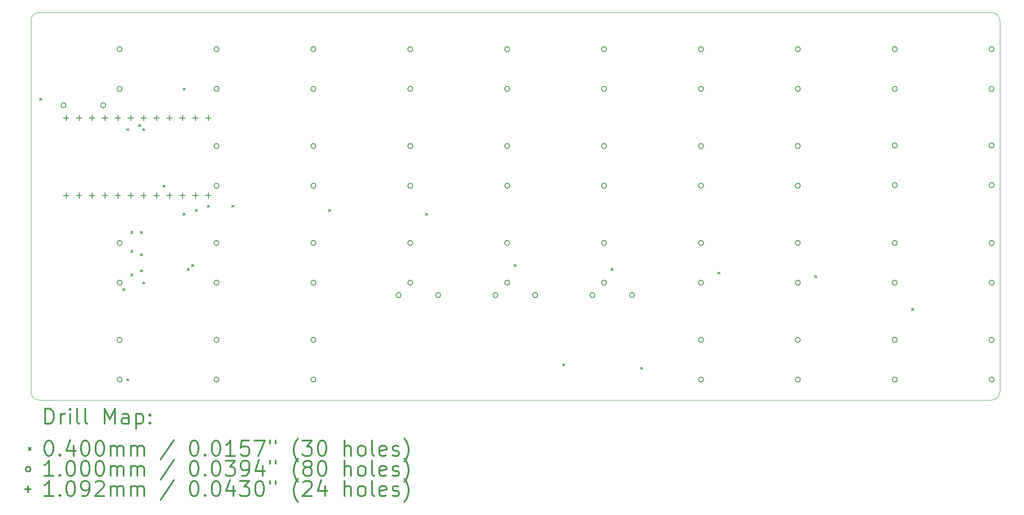
<source format=gbr>
%FSLAX45Y45*%
G04 Gerber Fmt 4.5, Leading zero omitted, Abs format (unit mm)*
G04 Created by KiCad (PCBNEW (5.1.12-1-10_14)) date 2022-02-28 21:29:09*
%MOMM*%
%LPD*%
G01*
G04 APERTURE LIST*
%TA.AperFunction,Profile*%
%ADD10C,0.050000*%
%TD*%
%ADD11C,0.200000*%
%ADD12C,0.300000*%
G04 APERTURE END LIST*
D10*
X4445000Y-4841875D02*
G75*
G03*
X4286250Y-5000625I0J-158750D01*
G01*
X4286250Y-12303125D02*
G75*
G03*
X4445000Y-12461875I158750J0D01*
G01*
X23177500Y-12461875D02*
G75*
G03*
X23336250Y-12303125I0J158750D01*
G01*
X23177500Y-4841875D02*
X4445000Y-4841875D01*
X23336250Y-12303125D02*
X23336250Y-5000625D01*
X4445000Y-12461875D02*
X23177500Y-12461875D01*
X4286250Y-5000625D02*
X4286250Y-12303125D01*
X23336250Y-5000625D02*
G75*
G03*
X23177500Y-4841875I-158750J0D01*
G01*
D11*
X4462750Y-6526500D02*
X4502750Y-6566500D01*
X4502750Y-6526500D02*
X4462750Y-6566500D01*
X6091875Y-10273125D02*
X6131875Y-10313125D01*
X6131875Y-10273125D02*
X6091875Y-10313125D01*
X6171250Y-7123750D02*
X6211250Y-7163750D01*
X6211250Y-7123750D02*
X6171250Y-7163750D01*
X6171250Y-12045000D02*
X6211250Y-12085000D01*
X6211250Y-12045000D02*
X6171250Y-12085000D01*
X6250625Y-9145375D02*
X6290625Y-9185375D01*
X6290625Y-9145375D02*
X6250625Y-9185375D01*
X6250625Y-9515375D02*
X6290625Y-9555375D01*
X6290625Y-9515375D02*
X6250625Y-9555375D01*
X6250625Y-9981250D02*
X6290625Y-10021250D01*
X6290625Y-9981250D02*
X6250625Y-10021250D01*
X6409375Y-7044375D02*
X6449375Y-7084375D01*
X6449375Y-7044375D02*
X6409375Y-7084375D01*
X6439370Y-9145375D02*
X6479370Y-9185375D01*
X6479370Y-9145375D02*
X6439370Y-9185375D01*
X6439370Y-9584375D02*
X6479370Y-9624375D01*
X6479370Y-9584375D02*
X6439370Y-9624375D01*
X6439370Y-9901875D02*
X6479370Y-9941875D01*
X6479370Y-9901875D02*
X6439370Y-9941875D01*
X6487750Y-7123750D02*
X6527750Y-7163750D01*
X6527750Y-7123750D02*
X6487750Y-7163750D01*
X6488750Y-10140000D02*
X6528750Y-10180000D01*
X6528750Y-10140000D02*
X6488750Y-10180000D01*
X6885625Y-8235000D02*
X6925625Y-8275000D01*
X6925625Y-8235000D02*
X6885625Y-8275000D01*
X7282500Y-6330000D02*
X7322500Y-6370000D01*
X7322500Y-6330000D02*
X7282500Y-6370000D01*
X7282500Y-8790625D02*
X7322500Y-8830625D01*
X7322500Y-8790625D02*
X7282500Y-8830625D01*
X7361875Y-9871000D02*
X7401875Y-9911000D01*
X7401875Y-9871000D02*
X7361875Y-9911000D01*
X7447207Y-9798500D02*
X7487207Y-9838500D01*
X7487207Y-9798500D02*
X7447207Y-9838500D01*
X7520625Y-8711250D02*
X7560625Y-8751250D01*
X7560625Y-8711250D02*
X7520625Y-8751250D01*
X7758750Y-8631875D02*
X7798750Y-8671875D01*
X7798750Y-8631875D02*
X7758750Y-8671875D01*
X8235000Y-8631875D02*
X8275000Y-8671875D01*
X8275000Y-8631875D02*
X8235000Y-8671875D01*
X10140000Y-8711250D02*
X10180000Y-8751250D01*
X10180000Y-8711250D02*
X10140000Y-8751250D01*
X12045000Y-8790625D02*
X12085000Y-8830625D01*
X12085000Y-8790625D02*
X12045000Y-8830625D01*
X13791250Y-9798500D02*
X13831250Y-9838500D01*
X13831250Y-9798500D02*
X13791250Y-9838500D01*
X14743750Y-11748765D02*
X14783750Y-11788765D01*
X14783750Y-11748765D02*
X14743750Y-11788765D01*
X15696250Y-9871000D02*
X15736250Y-9911000D01*
X15736250Y-9871000D02*
X15696250Y-9911000D01*
X16274607Y-11815141D02*
X16314607Y-11855141D01*
X16314607Y-11815141D02*
X16274607Y-11855141D01*
X17797750Y-9943500D02*
X17837750Y-9983500D01*
X17837750Y-9943500D02*
X17797750Y-9983500D01*
X19702750Y-10019000D02*
X19742750Y-10059000D01*
X19742750Y-10019000D02*
X19702750Y-10059000D01*
X21607750Y-10657875D02*
X21647750Y-10697875D01*
X21647750Y-10657875D02*
X21607750Y-10697875D01*
X4978125Y-6667500D02*
G75*
G03*
X4978125Y-6667500I-50000J0D01*
G01*
X5758125Y-6667500D02*
G75*
G03*
X5758125Y-6667500I-50000J0D01*
G01*
X6082500Y-5563125D02*
G75*
G03*
X6082500Y-5563125I-50000J0D01*
G01*
X6082500Y-6343125D02*
G75*
G03*
X6082500Y-6343125I-50000J0D01*
G01*
X6082500Y-9373125D02*
G75*
G03*
X6082500Y-9373125I-50000J0D01*
G01*
X6082500Y-10153125D02*
G75*
G03*
X6082500Y-10153125I-50000J0D01*
G01*
X6082500Y-11278125D02*
G75*
G03*
X6082500Y-11278125I-50000J0D01*
G01*
X6082500Y-12058125D02*
G75*
G03*
X6082500Y-12058125I-50000J0D01*
G01*
X7987500Y-5563125D02*
G75*
G03*
X7987500Y-5563125I-50000J0D01*
G01*
X7987500Y-6343125D02*
G75*
G03*
X7987500Y-6343125I-50000J0D01*
G01*
X7987500Y-7468125D02*
G75*
G03*
X7987500Y-7468125I-50000J0D01*
G01*
X7987500Y-8248125D02*
G75*
G03*
X7987500Y-8248125I-50000J0D01*
G01*
X7987500Y-9373125D02*
G75*
G03*
X7987500Y-9373125I-50000J0D01*
G01*
X7987500Y-10153125D02*
G75*
G03*
X7987500Y-10153125I-50000J0D01*
G01*
X7987500Y-11278125D02*
G75*
G03*
X7987500Y-11278125I-50000J0D01*
G01*
X7987500Y-12058125D02*
G75*
G03*
X7987500Y-12058125I-50000J0D01*
G01*
X9892500Y-5563125D02*
G75*
G03*
X9892500Y-5563125I-50000J0D01*
G01*
X9892500Y-6343125D02*
G75*
G03*
X9892500Y-6343125I-50000J0D01*
G01*
X9892500Y-7468125D02*
G75*
G03*
X9892500Y-7468125I-50000J0D01*
G01*
X9892500Y-8248125D02*
G75*
G03*
X9892500Y-8248125I-50000J0D01*
G01*
X9892500Y-9373125D02*
G75*
G03*
X9892500Y-9373125I-50000J0D01*
G01*
X9892500Y-10153125D02*
G75*
G03*
X9892500Y-10153125I-50000J0D01*
G01*
X9892500Y-11278125D02*
G75*
G03*
X9892500Y-11278125I-50000J0D01*
G01*
X9892500Y-12058125D02*
G75*
G03*
X9892500Y-12058125I-50000J0D01*
G01*
X11566250Y-10398125D02*
G75*
G03*
X11566250Y-10398125I-50000J0D01*
G01*
X11797500Y-5563125D02*
G75*
G03*
X11797500Y-5563125I-50000J0D01*
G01*
X11797500Y-6343125D02*
G75*
G03*
X11797500Y-6343125I-50000J0D01*
G01*
X11797500Y-7468125D02*
G75*
G03*
X11797500Y-7468125I-50000J0D01*
G01*
X11797500Y-8248125D02*
G75*
G03*
X11797500Y-8248125I-50000J0D01*
G01*
X11797500Y-9373125D02*
G75*
G03*
X11797500Y-9373125I-50000J0D01*
G01*
X11797500Y-10153125D02*
G75*
G03*
X11797500Y-10153125I-50000J0D01*
G01*
X12346250Y-10398125D02*
G75*
G03*
X12346250Y-10398125I-50000J0D01*
G01*
X13471250Y-10398125D02*
G75*
G03*
X13471250Y-10398125I-50000J0D01*
G01*
X13702500Y-5563125D02*
G75*
G03*
X13702500Y-5563125I-50000J0D01*
G01*
X13702500Y-6343125D02*
G75*
G03*
X13702500Y-6343125I-50000J0D01*
G01*
X13702500Y-7468125D02*
G75*
G03*
X13702500Y-7468125I-50000J0D01*
G01*
X13702500Y-8248125D02*
G75*
G03*
X13702500Y-8248125I-50000J0D01*
G01*
X13702500Y-9373125D02*
G75*
G03*
X13702500Y-9373125I-50000J0D01*
G01*
X13702500Y-10153125D02*
G75*
G03*
X13702500Y-10153125I-50000J0D01*
G01*
X14251250Y-10398125D02*
G75*
G03*
X14251250Y-10398125I-50000J0D01*
G01*
X15376250Y-10398125D02*
G75*
G03*
X15376250Y-10398125I-50000J0D01*
G01*
X15607500Y-5563125D02*
G75*
G03*
X15607500Y-5563125I-50000J0D01*
G01*
X15607500Y-6343125D02*
G75*
G03*
X15607500Y-6343125I-50000J0D01*
G01*
X15607500Y-7468125D02*
G75*
G03*
X15607500Y-7468125I-50000J0D01*
G01*
X15607500Y-8248125D02*
G75*
G03*
X15607500Y-8248125I-50000J0D01*
G01*
X15607500Y-9373125D02*
G75*
G03*
X15607500Y-9373125I-50000J0D01*
G01*
X15607500Y-10153125D02*
G75*
G03*
X15607500Y-10153125I-50000J0D01*
G01*
X16156250Y-10398125D02*
G75*
G03*
X16156250Y-10398125I-50000J0D01*
G01*
X17512500Y-5563125D02*
G75*
G03*
X17512500Y-5563125I-50000J0D01*
G01*
X17512500Y-6343125D02*
G75*
G03*
X17512500Y-6343125I-50000J0D01*
G01*
X17512500Y-7468125D02*
G75*
G03*
X17512500Y-7468125I-50000J0D01*
G01*
X17512500Y-8248125D02*
G75*
G03*
X17512500Y-8248125I-50000J0D01*
G01*
X17512500Y-9373125D02*
G75*
G03*
X17512500Y-9373125I-50000J0D01*
G01*
X17512500Y-10153125D02*
G75*
G03*
X17512500Y-10153125I-50000J0D01*
G01*
X17512500Y-11278125D02*
G75*
G03*
X17512500Y-11278125I-50000J0D01*
G01*
X17512500Y-12058125D02*
G75*
G03*
X17512500Y-12058125I-50000J0D01*
G01*
X19417500Y-5563125D02*
G75*
G03*
X19417500Y-5563125I-50000J0D01*
G01*
X19417500Y-6343125D02*
G75*
G03*
X19417500Y-6343125I-50000J0D01*
G01*
X19417500Y-7468125D02*
G75*
G03*
X19417500Y-7468125I-50000J0D01*
G01*
X19417500Y-8248125D02*
G75*
G03*
X19417500Y-8248125I-50000J0D01*
G01*
X19417500Y-9373125D02*
G75*
G03*
X19417500Y-9373125I-50000J0D01*
G01*
X19417500Y-10153125D02*
G75*
G03*
X19417500Y-10153125I-50000J0D01*
G01*
X19417500Y-11278125D02*
G75*
G03*
X19417500Y-11278125I-50000J0D01*
G01*
X19417500Y-12058125D02*
G75*
G03*
X19417500Y-12058125I-50000J0D01*
G01*
X21322500Y-5563125D02*
G75*
G03*
X21322500Y-5563125I-50000J0D01*
G01*
X21322500Y-6343125D02*
G75*
G03*
X21322500Y-6343125I-50000J0D01*
G01*
X21322500Y-7456250D02*
G75*
G03*
X21322500Y-7456250I-50000J0D01*
G01*
X21322500Y-8236250D02*
G75*
G03*
X21322500Y-8236250I-50000J0D01*
G01*
X21322500Y-9373125D02*
G75*
G03*
X21322500Y-9373125I-50000J0D01*
G01*
X21322500Y-10153125D02*
G75*
G03*
X21322500Y-10153125I-50000J0D01*
G01*
X21322500Y-11278125D02*
G75*
G03*
X21322500Y-11278125I-50000J0D01*
G01*
X21322500Y-12058125D02*
G75*
G03*
X21322500Y-12058125I-50000J0D01*
G01*
X23227500Y-5563125D02*
G75*
G03*
X23227500Y-5563125I-50000J0D01*
G01*
X23227500Y-6343125D02*
G75*
G03*
X23227500Y-6343125I-50000J0D01*
G01*
X23227500Y-7456250D02*
G75*
G03*
X23227500Y-7456250I-50000J0D01*
G01*
X23227500Y-8236250D02*
G75*
G03*
X23227500Y-8236250I-50000J0D01*
G01*
X23227500Y-9373125D02*
G75*
G03*
X23227500Y-9373125I-50000J0D01*
G01*
X23227500Y-10153125D02*
G75*
G03*
X23227500Y-10153125I-50000J0D01*
G01*
X23227500Y-11278125D02*
G75*
G03*
X23227500Y-11278125I-50000J0D01*
G01*
X23227500Y-12058125D02*
G75*
G03*
X23227500Y-12058125I-50000J0D01*
G01*
X4983000Y-6858390D02*
X4983000Y-6967610D01*
X4928390Y-6913000D02*
X5037610Y-6913000D01*
X4983000Y-8382390D02*
X4983000Y-8491610D01*
X4928390Y-8437000D02*
X5037610Y-8437000D01*
X5237000Y-6858390D02*
X5237000Y-6967610D01*
X5182390Y-6913000D02*
X5291610Y-6913000D01*
X5237000Y-8382390D02*
X5237000Y-8491610D01*
X5182390Y-8437000D02*
X5291610Y-8437000D01*
X5491000Y-6858390D02*
X5491000Y-6967610D01*
X5436390Y-6913000D02*
X5545610Y-6913000D01*
X5491000Y-8382390D02*
X5491000Y-8491610D01*
X5436390Y-8437000D02*
X5545610Y-8437000D01*
X5745000Y-6858390D02*
X5745000Y-6967610D01*
X5690390Y-6913000D02*
X5799610Y-6913000D01*
X5745000Y-8382390D02*
X5745000Y-8491610D01*
X5690390Y-8437000D02*
X5799610Y-8437000D01*
X5999000Y-6858390D02*
X5999000Y-6967610D01*
X5944390Y-6913000D02*
X6053610Y-6913000D01*
X5999000Y-8382390D02*
X5999000Y-8491610D01*
X5944390Y-8437000D02*
X6053610Y-8437000D01*
X6253000Y-6858390D02*
X6253000Y-6967610D01*
X6198390Y-6913000D02*
X6307610Y-6913000D01*
X6253000Y-8382390D02*
X6253000Y-8491610D01*
X6198390Y-8437000D02*
X6307610Y-8437000D01*
X6507000Y-6858390D02*
X6507000Y-6967610D01*
X6452390Y-6913000D02*
X6561610Y-6913000D01*
X6507000Y-8382390D02*
X6507000Y-8491610D01*
X6452390Y-8437000D02*
X6561610Y-8437000D01*
X6761000Y-6858390D02*
X6761000Y-6967610D01*
X6706390Y-6913000D02*
X6815610Y-6913000D01*
X6761000Y-8382390D02*
X6761000Y-8491610D01*
X6706390Y-8437000D02*
X6815610Y-8437000D01*
X7015000Y-6858390D02*
X7015000Y-6967610D01*
X6960390Y-6913000D02*
X7069610Y-6913000D01*
X7015000Y-8382390D02*
X7015000Y-8491610D01*
X6960390Y-8437000D02*
X7069610Y-8437000D01*
X7269000Y-6858390D02*
X7269000Y-6967610D01*
X7214390Y-6913000D02*
X7323610Y-6913000D01*
X7269000Y-8382390D02*
X7269000Y-8491610D01*
X7214390Y-8437000D02*
X7323610Y-8437000D01*
X7523000Y-6858390D02*
X7523000Y-6967610D01*
X7468390Y-6913000D02*
X7577610Y-6913000D01*
X7523000Y-8382390D02*
X7523000Y-8491610D01*
X7468390Y-8437000D02*
X7577610Y-8437000D01*
X7777000Y-6858390D02*
X7777000Y-6967610D01*
X7722390Y-6913000D02*
X7831610Y-6913000D01*
X7777000Y-8382390D02*
X7777000Y-8491610D01*
X7722390Y-8437000D02*
X7831610Y-8437000D01*
D12*
X4570178Y-12930089D02*
X4570178Y-12630089D01*
X4641607Y-12630089D01*
X4684464Y-12644375D01*
X4713036Y-12672946D01*
X4727321Y-12701518D01*
X4741607Y-12758661D01*
X4741607Y-12801518D01*
X4727321Y-12858661D01*
X4713036Y-12887232D01*
X4684464Y-12915804D01*
X4641607Y-12930089D01*
X4570178Y-12930089D01*
X4870178Y-12930089D02*
X4870178Y-12730089D01*
X4870178Y-12787232D02*
X4884464Y-12758661D01*
X4898750Y-12744375D01*
X4927321Y-12730089D01*
X4955893Y-12730089D01*
X5055893Y-12930089D02*
X5055893Y-12730089D01*
X5055893Y-12630089D02*
X5041607Y-12644375D01*
X5055893Y-12658661D01*
X5070178Y-12644375D01*
X5055893Y-12630089D01*
X5055893Y-12658661D01*
X5241607Y-12930089D02*
X5213036Y-12915804D01*
X5198750Y-12887232D01*
X5198750Y-12630089D01*
X5398750Y-12930089D02*
X5370178Y-12915804D01*
X5355893Y-12887232D01*
X5355893Y-12630089D01*
X5741607Y-12930089D02*
X5741607Y-12630089D01*
X5841607Y-12844375D01*
X5941607Y-12630089D01*
X5941607Y-12930089D01*
X6213036Y-12930089D02*
X6213036Y-12772946D01*
X6198750Y-12744375D01*
X6170178Y-12730089D01*
X6113036Y-12730089D01*
X6084464Y-12744375D01*
X6213036Y-12915804D02*
X6184464Y-12930089D01*
X6113036Y-12930089D01*
X6084464Y-12915804D01*
X6070178Y-12887232D01*
X6070178Y-12858661D01*
X6084464Y-12830089D01*
X6113036Y-12815804D01*
X6184464Y-12815804D01*
X6213036Y-12801518D01*
X6355893Y-12730089D02*
X6355893Y-13030089D01*
X6355893Y-12744375D02*
X6384464Y-12730089D01*
X6441607Y-12730089D01*
X6470178Y-12744375D01*
X6484464Y-12758661D01*
X6498750Y-12787232D01*
X6498750Y-12872946D01*
X6484464Y-12901518D01*
X6470178Y-12915804D01*
X6441607Y-12930089D01*
X6384464Y-12930089D01*
X6355893Y-12915804D01*
X6627321Y-12901518D02*
X6641607Y-12915804D01*
X6627321Y-12930089D01*
X6613036Y-12915804D01*
X6627321Y-12901518D01*
X6627321Y-12930089D01*
X6627321Y-12744375D02*
X6641607Y-12758661D01*
X6627321Y-12772946D01*
X6613036Y-12758661D01*
X6627321Y-12744375D01*
X6627321Y-12772946D01*
X4243750Y-13404375D02*
X4283750Y-13444375D01*
X4283750Y-13404375D02*
X4243750Y-13444375D01*
X4627321Y-13260089D02*
X4655893Y-13260089D01*
X4684464Y-13274375D01*
X4698750Y-13288661D01*
X4713036Y-13317232D01*
X4727321Y-13374375D01*
X4727321Y-13445804D01*
X4713036Y-13502946D01*
X4698750Y-13531518D01*
X4684464Y-13545804D01*
X4655893Y-13560089D01*
X4627321Y-13560089D01*
X4598750Y-13545804D01*
X4584464Y-13531518D01*
X4570178Y-13502946D01*
X4555893Y-13445804D01*
X4555893Y-13374375D01*
X4570178Y-13317232D01*
X4584464Y-13288661D01*
X4598750Y-13274375D01*
X4627321Y-13260089D01*
X4855893Y-13531518D02*
X4870178Y-13545804D01*
X4855893Y-13560089D01*
X4841607Y-13545804D01*
X4855893Y-13531518D01*
X4855893Y-13560089D01*
X5127321Y-13360089D02*
X5127321Y-13560089D01*
X5055893Y-13245804D02*
X4984464Y-13460089D01*
X5170178Y-13460089D01*
X5341607Y-13260089D02*
X5370178Y-13260089D01*
X5398750Y-13274375D01*
X5413036Y-13288661D01*
X5427321Y-13317232D01*
X5441607Y-13374375D01*
X5441607Y-13445804D01*
X5427321Y-13502946D01*
X5413036Y-13531518D01*
X5398750Y-13545804D01*
X5370178Y-13560089D01*
X5341607Y-13560089D01*
X5313036Y-13545804D01*
X5298750Y-13531518D01*
X5284464Y-13502946D01*
X5270178Y-13445804D01*
X5270178Y-13374375D01*
X5284464Y-13317232D01*
X5298750Y-13288661D01*
X5313036Y-13274375D01*
X5341607Y-13260089D01*
X5627321Y-13260089D02*
X5655893Y-13260089D01*
X5684464Y-13274375D01*
X5698750Y-13288661D01*
X5713036Y-13317232D01*
X5727321Y-13374375D01*
X5727321Y-13445804D01*
X5713036Y-13502946D01*
X5698750Y-13531518D01*
X5684464Y-13545804D01*
X5655893Y-13560089D01*
X5627321Y-13560089D01*
X5598750Y-13545804D01*
X5584464Y-13531518D01*
X5570178Y-13502946D01*
X5555893Y-13445804D01*
X5555893Y-13374375D01*
X5570178Y-13317232D01*
X5584464Y-13288661D01*
X5598750Y-13274375D01*
X5627321Y-13260089D01*
X5855893Y-13560089D02*
X5855893Y-13360089D01*
X5855893Y-13388661D02*
X5870178Y-13374375D01*
X5898750Y-13360089D01*
X5941607Y-13360089D01*
X5970178Y-13374375D01*
X5984464Y-13402946D01*
X5984464Y-13560089D01*
X5984464Y-13402946D02*
X5998750Y-13374375D01*
X6027321Y-13360089D01*
X6070178Y-13360089D01*
X6098750Y-13374375D01*
X6113036Y-13402946D01*
X6113036Y-13560089D01*
X6255893Y-13560089D02*
X6255893Y-13360089D01*
X6255893Y-13388661D02*
X6270178Y-13374375D01*
X6298750Y-13360089D01*
X6341607Y-13360089D01*
X6370178Y-13374375D01*
X6384464Y-13402946D01*
X6384464Y-13560089D01*
X6384464Y-13402946D02*
X6398750Y-13374375D01*
X6427321Y-13360089D01*
X6470178Y-13360089D01*
X6498750Y-13374375D01*
X6513036Y-13402946D01*
X6513036Y-13560089D01*
X7098750Y-13245804D02*
X6841607Y-13631518D01*
X7484464Y-13260089D02*
X7513036Y-13260089D01*
X7541607Y-13274375D01*
X7555893Y-13288661D01*
X7570178Y-13317232D01*
X7584464Y-13374375D01*
X7584464Y-13445804D01*
X7570178Y-13502946D01*
X7555893Y-13531518D01*
X7541607Y-13545804D01*
X7513036Y-13560089D01*
X7484464Y-13560089D01*
X7455893Y-13545804D01*
X7441607Y-13531518D01*
X7427321Y-13502946D01*
X7413036Y-13445804D01*
X7413036Y-13374375D01*
X7427321Y-13317232D01*
X7441607Y-13288661D01*
X7455893Y-13274375D01*
X7484464Y-13260089D01*
X7713036Y-13531518D02*
X7727321Y-13545804D01*
X7713036Y-13560089D01*
X7698750Y-13545804D01*
X7713036Y-13531518D01*
X7713036Y-13560089D01*
X7913036Y-13260089D02*
X7941607Y-13260089D01*
X7970178Y-13274375D01*
X7984464Y-13288661D01*
X7998750Y-13317232D01*
X8013036Y-13374375D01*
X8013036Y-13445804D01*
X7998750Y-13502946D01*
X7984464Y-13531518D01*
X7970178Y-13545804D01*
X7941607Y-13560089D01*
X7913036Y-13560089D01*
X7884464Y-13545804D01*
X7870178Y-13531518D01*
X7855893Y-13502946D01*
X7841607Y-13445804D01*
X7841607Y-13374375D01*
X7855893Y-13317232D01*
X7870178Y-13288661D01*
X7884464Y-13274375D01*
X7913036Y-13260089D01*
X8298750Y-13560089D02*
X8127321Y-13560089D01*
X8213036Y-13560089D02*
X8213036Y-13260089D01*
X8184464Y-13302946D01*
X8155893Y-13331518D01*
X8127321Y-13345804D01*
X8570178Y-13260089D02*
X8427321Y-13260089D01*
X8413036Y-13402946D01*
X8427321Y-13388661D01*
X8455893Y-13374375D01*
X8527321Y-13374375D01*
X8555893Y-13388661D01*
X8570178Y-13402946D01*
X8584464Y-13431518D01*
X8584464Y-13502946D01*
X8570178Y-13531518D01*
X8555893Y-13545804D01*
X8527321Y-13560089D01*
X8455893Y-13560089D01*
X8427321Y-13545804D01*
X8413036Y-13531518D01*
X8684464Y-13260089D02*
X8884464Y-13260089D01*
X8755893Y-13560089D01*
X8984464Y-13260089D02*
X8984464Y-13317232D01*
X9098750Y-13260089D02*
X9098750Y-13317232D01*
X9541607Y-13674375D02*
X9527321Y-13660089D01*
X9498750Y-13617232D01*
X9484464Y-13588661D01*
X9470178Y-13545804D01*
X9455893Y-13474375D01*
X9455893Y-13417232D01*
X9470178Y-13345804D01*
X9484464Y-13302946D01*
X9498750Y-13274375D01*
X9527321Y-13231518D01*
X9541607Y-13217232D01*
X9627321Y-13260089D02*
X9813036Y-13260089D01*
X9713036Y-13374375D01*
X9755893Y-13374375D01*
X9784464Y-13388661D01*
X9798750Y-13402946D01*
X9813036Y-13431518D01*
X9813036Y-13502946D01*
X9798750Y-13531518D01*
X9784464Y-13545804D01*
X9755893Y-13560089D01*
X9670178Y-13560089D01*
X9641607Y-13545804D01*
X9627321Y-13531518D01*
X9998750Y-13260089D02*
X10027321Y-13260089D01*
X10055893Y-13274375D01*
X10070178Y-13288661D01*
X10084464Y-13317232D01*
X10098750Y-13374375D01*
X10098750Y-13445804D01*
X10084464Y-13502946D01*
X10070178Y-13531518D01*
X10055893Y-13545804D01*
X10027321Y-13560089D01*
X9998750Y-13560089D01*
X9970178Y-13545804D01*
X9955893Y-13531518D01*
X9941607Y-13502946D01*
X9927321Y-13445804D01*
X9927321Y-13374375D01*
X9941607Y-13317232D01*
X9955893Y-13288661D01*
X9970178Y-13274375D01*
X9998750Y-13260089D01*
X10455893Y-13560089D02*
X10455893Y-13260089D01*
X10584464Y-13560089D02*
X10584464Y-13402946D01*
X10570178Y-13374375D01*
X10541607Y-13360089D01*
X10498750Y-13360089D01*
X10470178Y-13374375D01*
X10455893Y-13388661D01*
X10770178Y-13560089D02*
X10741607Y-13545804D01*
X10727321Y-13531518D01*
X10713036Y-13502946D01*
X10713036Y-13417232D01*
X10727321Y-13388661D01*
X10741607Y-13374375D01*
X10770178Y-13360089D01*
X10813036Y-13360089D01*
X10841607Y-13374375D01*
X10855893Y-13388661D01*
X10870178Y-13417232D01*
X10870178Y-13502946D01*
X10855893Y-13531518D01*
X10841607Y-13545804D01*
X10813036Y-13560089D01*
X10770178Y-13560089D01*
X11041607Y-13560089D02*
X11013036Y-13545804D01*
X10998750Y-13517232D01*
X10998750Y-13260089D01*
X11270178Y-13545804D02*
X11241607Y-13560089D01*
X11184464Y-13560089D01*
X11155893Y-13545804D01*
X11141607Y-13517232D01*
X11141607Y-13402946D01*
X11155893Y-13374375D01*
X11184464Y-13360089D01*
X11241607Y-13360089D01*
X11270178Y-13374375D01*
X11284464Y-13402946D01*
X11284464Y-13431518D01*
X11141607Y-13460089D01*
X11398750Y-13545804D02*
X11427321Y-13560089D01*
X11484464Y-13560089D01*
X11513036Y-13545804D01*
X11527321Y-13517232D01*
X11527321Y-13502946D01*
X11513036Y-13474375D01*
X11484464Y-13460089D01*
X11441607Y-13460089D01*
X11413036Y-13445804D01*
X11398750Y-13417232D01*
X11398750Y-13402946D01*
X11413036Y-13374375D01*
X11441607Y-13360089D01*
X11484464Y-13360089D01*
X11513036Y-13374375D01*
X11627321Y-13674375D02*
X11641607Y-13660089D01*
X11670178Y-13617232D01*
X11684464Y-13588661D01*
X11698750Y-13545804D01*
X11713036Y-13474375D01*
X11713036Y-13417232D01*
X11698750Y-13345804D01*
X11684464Y-13302946D01*
X11670178Y-13274375D01*
X11641607Y-13231518D01*
X11627321Y-13217232D01*
X4283750Y-13820375D02*
G75*
G03*
X4283750Y-13820375I-50000J0D01*
G01*
X4727321Y-13956089D02*
X4555893Y-13956089D01*
X4641607Y-13956089D02*
X4641607Y-13656089D01*
X4613036Y-13698946D01*
X4584464Y-13727518D01*
X4555893Y-13741804D01*
X4855893Y-13927518D02*
X4870178Y-13941804D01*
X4855893Y-13956089D01*
X4841607Y-13941804D01*
X4855893Y-13927518D01*
X4855893Y-13956089D01*
X5055893Y-13656089D02*
X5084464Y-13656089D01*
X5113036Y-13670375D01*
X5127321Y-13684661D01*
X5141607Y-13713232D01*
X5155893Y-13770375D01*
X5155893Y-13841804D01*
X5141607Y-13898946D01*
X5127321Y-13927518D01*
X5113036Y-13941804D01*
X5084464Y-13956089D01*
X5055893Y-13956089D01*
X5027321Y-13941804D01*
X5013036Y-13927518D01*
X4998750Y-13898946D01*
X4984464Y-13841804D01*
X4984464Y-13770375D01*
X4998750Y-13713232D01*
X5013036Y-13684661D01*
X5027321Y-13670375D01*
X5055893Y-13656089D01*
X5341607Y-13656089D02*
X5370178Y-13656089D01*
X5398750Y-13670375D01*
X5413036Y-13684661D01*
X5427321Y-13713232D01*
X5441607Y-13770375D01*
X5441607Y-13841804D01*
X5427321Y-13898946D01*
X5413036Y-13927518D01*
X5398750Y-13941804D01*
X5370178Y-13956089D01*
X5341607Y-13956089D01*
X5313036Y-13941804D01*
X5298750Y-13927518D01*
X5284464Y-13898946D01*
X5270178Y-13841804D01*
X5270178Y-13770375D01*
X5284464Y-13713232D01*
X5298750Y-13684661D01*
X5313036Y-13670375D01*
X5341607Y-13656089D01*
X5627321Y-13656089D02*
X5655893Y-13656089D01*
X5684464Y-13670375D01*
X5698750Y-13684661D01*
X5713036Y-13713232D01*
X5727321Y-13770375D01*
X5727321Y-13841804D01*
X5713036Y-13898946D01*
X5698750Y-13927518D01*
X5684464Y-13941804D01*
X5655893Y-13956089D01*
X5627321Y-13956089D01*
X5598750Y-13941804D01*
X5584464Y-13927518D01*
X5570178Y-13898946D01*
X5555893Y-13841804D01*
X5555893Y-13770375D01*
X5570178Y-13713232D01*
X5584464Y-13684661D01*
X5598750Y-13670375D01*
X5627321Y-13656089D01*
X5855893Y-13956089D02*
X5855893Y-13756089D01*
X5855893Y-13784661D02*
X5870178Y-13770375D01*
X5898750Y-13756089D01*
X5941607Y-13756089D01*
X5970178Y-13770375D01*
X5984464Y-13798946D01*
X5984464Y-13956089D01*
X5984464Y-13798946D02*
X5998750Y-13770375D01*
X6027321Y-13756089D01*
X6070178Y-13756089D01*
X6098750Y-13770375D01*
X6113036Y-13798946D01*
X6113036Y-13956089D01*
X6255893Y-13956089D02*
X6255893Y-13756089D01*
X6255893Y-13784661D02*
X6270178Y-13770375D01*
X6298750Y-13756089D01*
X6341607Y-13756089D01*
X6370178Y-13770375D01*
X6384464Y-13798946D01*
X6384464Y-13956089D01*
X6384464Y-13798946D02*
X6398750Y-13770375D01*
X6427321Y-13756089D01*
X6470178Y-13756089D01*
X6498750Y-13770375D01*
X6513036Y-13798946D01*
X6513036Y-13956089D01*
X7098750Y-13641804D02*
X6841607Y-14027518D01*
X7484464Y-13656089D02*
X7513036Y-13656089D01*
X7541607Y-13670375D01*
X7555893Y-13684661D01*
X7570178Y-13713232D01*
X7584464Y-13770375D01*
X7584464Y-13841804D01*
X7570178Y-13898946D01*
X7555893Y-13927518D01*
X7541607Y-13941804D01*
X7513036Y-13956089D01*
X7484464Y-13956089D01*
X7455893Y-13941804D01*
X7441607Y-13927518D01*
X7427321Y-13898946D01*
X7413036Y-13841804D01*
X7413036Y-13770375D01*
X7427321Y-13713232D01*
X7441607Y-13684661D01*
X7455893Y-13670375D01*
X7484464Y-13656089D01*
X7713036Y-13927518D02*
X7727321Y-13941804D01*
X7713036Y-13956089D01*
X7698750Y-13941804D01*
X7713036Y-13927518D01*
X7713036Y-13956089D01*
X7913036Y-13656089D02*
X7941607Y-13656089D01*
X7970178Y-13670375D01*
X7984464Y-13684661D01*
X7998750Y-13713232D01*
X8013036Y-13770375D01*
X8013036Y-13841804D01*
X7998750Y-13898946D01*
X7984464Y-13927518D01*
X7970178Y-13941804D01*
X7941607Y-13956089D01*
X7913036Y-13956089D01*
X7884464Y-13941804D01*
X7870178Y-13927518D01*
X7855893Y-13898946D01*
X7841607Y-13841804D01*
X7841607Y-13770375D01*
X7855893Y-13713232D01*
X7870178Y-13684661D01*
X7884464Y-13670375D01*
X7913036Y-13656089D01*
X8113036Y-13656089D02*
X8298750Y-13656089D01*
X8198750Y-13770375D01*
X8241607Y-13770375D01*
X8270178Y-13784661D01*
X8284464Y-13798946D01*
X8298750Y-13827518D01*
X8298750Y-13898946D01*
X8284464Y-13927518D01*
X8270178Y-13941804D01*
X8241607Y-13956089D01*
X8155893Y-13956089D01*
X8127321Y-13941804D01*
X8113036Y-13927518D01*
X8441607Y-13956089D02*
X8498750Y-13956089D01*
X8527321Y-13941804D01*
X8541607Y-13927518D01*
X8570178Y-13884661D01*
X8584464Y-13827518D01*
X8584464Y-13713232D01*
X8570178Y-13684661D01*
X8555893Y-13670375D01*
X8527321Y-13656089D01*
X8470178Y-13656089D01*
X8441607Y-13670375D01*
X8427321Y-13684661D01*
X8413036Y-13713232D01*
X8413036Y-13784661D01*
X8427321Y-13813232D01*
X8441607Y-13827518D01*
X8470178Y-13841804D01*
X8527321Y-13841804D01*
X8555893Y-13827518D01*
X8570178Y-13813232D01*
X8584464Y-13784661D01*
X8841607Y-13756089D02*
X8841607Y-13956089D01*
X8770178Y-13641804D02*
X8698750Y-13856089D01*
X8884464Y-13856089D01*
X8984464Y-13656089D02*
X8984464Y-13713232D01*
X9098750Y-13656089D02*
X9098750Y-13713232D01*
X9541607Y-14070375D02*
X9527321Y-14056089D01*
X9498750Y-14013232D01*
X9484464Y-13984661D01*
X9470178Y-13941804D01*
X9455893Y-13870375D01*
X9455893Y-13813232D01*
X9470178Y-13741804D01*
X9484464Y-13698946D01*
X9498750Y-13670375D01*
X9527321Y-13627518D01*
X9541607Y-13613232D01*
X9698750Y-13784661D02*
X9670178Y-13770375D01*
X9655893Y-13756089D01*
X9641607Y-13727518D01*
X9641607Y-13713232D01*
X9655893Y-13684661D01*
X9670178Y-13670375D01*
X9698750Y-13656089D01*
X9755893Y-13656089D01*
X9784464Y-13670375D01*
X9798750Y-13684661D01*
X9813036Y-13713232D01*
X9813036Y-13727518D01*
X9798750Y-13756089D01*
X9784464Y-13770375D01*
X9755893Y-13784661D01*
X9698750Y-13784661D01*
X9670178Y-13798946D01*
X9655893Y-13813232D01*
X9641607Y-13841804D01*
X9641607Y-13898946D01*
X9655893Y-13927518D01*
X9670178Y-13941804D01*
X9698750Y-13956089D01*
X9755893Y-13956089D01*
X9784464Y-13941804D01*
X9798750Y-13927518D01*
X9813036Y-13898946D01*
X9813036Y-13841804D01*
X9798750Y-13813232D01*
X9784464Y-13798946D01*
X9755893Y-13784661D01*
X9998750Y-13656089D02*
X10027321Y-13656089D01*
X10055893Y-13670375D01*
X10070178Y-13684661D01*
X10084464Y-13713232D01*
X10098750Y-13770375D01*
X10098750Y-13841804D01*
X10084464Y-13898946D01*
X10070178Y-13927518D01*
X10055893Y-13941804D01*
X10027321Y-13956089D01*
X9998750Y-13956089D01*
X9970178Y-13941804D01*
X9955893Y-13927518D01*
X9941607Y-13898946D01*
X9927321Y-13841804D01*
X9927321Y-13770375D01*
X9941607Y-13713232D01*
X9955893Y-13684661D01*
X9970178Y-13670375D01*
X9998750Y-13656089D01*
X10455893Y-13956089D02*
X10455893Y-13656089D01*
X10584464Y-13956089D02*
X10584464Y-13798946D01*
X10570178Y-13770375D01*
X10541607Y-13756089D01*
X10498750Y-13756089D01*
X10470178Y-13770375D01*
X10455893Y-13784661D01*
X10770178Y-13956089D02*
X10741607Y-13941804D01*
X10727321Y-13927518D01*
X10713036Y-13898946D01*
X10713036Y-13813232D01*
X10727321Y-13784661D01*
X10741607Y-13770375D01*
X10770178Y-13756089D01*
X10813036Y-13756089D01*
X10841607Y-13770375D01*
X10855893Y-13784661D01*
X10870178Y-13813232D01*
X10870178Y-13898946D01*
X10855893Y-13927518D01*
X10841607Y-13941804D01*
X10813036Y-13956089D01*
X10770178Y-13956089D01*
X11041607Y-13956089D02*
X11013036Y-13941804D01*
X10998750Y-13913232D01*
X10998750Y-13656089D01*
X11270178Y-13941804D02*
X11241607Y-13956089D01*
X11184464Y-13956089D01*
X11155893Y-13941804D01*
X11141607Y-13913232D01*
X11141607Y-13798946D01*
X11155893Y-13770375D01*
X11184464Y-13756089D01*
X11241607Y-13756089D01*
X11270178Y-13770375D01*
X11284464Y-13798946D01*
X11284464Y-13827518D01*
X11141607Y-13856089D01*
X11398750Y-13941804D02*
X11427321Y-13956089D01*
X11484464Y-13956089D01*
X11513036Y-13941804D01*
X11527321Y-13913232D01*
X11527321Y-13898946D01*
X11513036Y-13870375D01*
X11484464Y-13856089D01*
X11441607Y-13856089D01*
X11413036Y-13841804D01*
X11398750Y-13813232D01*
X11398750Y-13798946D01*
X11413036Y-13770375D01*
X11441607Y-13756089D01*
X11484464Y-13756089D01*
X11513036Y-13770375D01*
X11627321Y-14070375D02*
X11641607Y-14056089D01*
X11670178Y-14013232D01*
X11684464Y-13984661D01*
X11698750Y-13941804D01*
X11713036Y-13870375D01*
X11713036Y-13813232D01*
X11698750Y-13741804D01*
X11684464Y-13698946D01*
X11670178Y-13670375D01*
X11641607Y-13627518D01*
X11627321Y-13613232D01*
X4229140Y-14161765D02*
X4229140Y-14270985D01*
X4174530Y-14216375D02*
X4283750Y-14216375D01*
X4727321Y-14352089D02*
X4555893Y-14352089D01*
X4641607Y-14352089D02*
X4641607Y-14052089D01*
X4613036Y-14094946D01*
X4584464Y-14123518D01*
X4555893Y-14137804D01*
X4855893Y-14323518D02*
X4870178Y-14337804D01*
X4855893Y-14352089D01*
X4841607Y-14337804D01*
X4855893Y-14323518D01*
X4855893Y-14352089D01*
X5055893Y-14052089D02*
X5084464Y-14052089D01*
X5113036Y-14066375D01*
X5127321Y-14080661D01*
X5141607Y-14109232D01*
X5155893Y-14166375D01*
X5155893Y-14237804D01*
X5141607Y-14294946D01*
X5127321Y-14323518D01*
X5113036Y-14337804D01*
X5084464Y-14352089D01*
X5055893Y-14352089D01*
X5027321Y-14337804D01*
X5013036Y-14323518D01*
X4998750Y-14294946D01*
X4984464Y-14237804D01*
X4984464Y-14166375D01*
X4998750Y-14109232D01*
X5013036Y-14080661D01*
X5027321Y-14066375D01*
X5055893Y-14052089D01*
X5298750Y-14352089D02*
X5355893Y-14352089D01*
X5384464Y-14337804D01*
X5398750Y-14323518D01*
X5427321Y-14280661D01*
X5441607Y-14223518D01*
X5441607Y-14109232D01*
X5427321Y-14080661D01*
X5413036Y-14066375D01*
X5384464Y-14052089D01*
X5327321Y-14052089D01*
X5298750Y-14066375D01*
X5284464Y-14080661D01*
X5270178Y-14109232D01*
X5270178Y-14180661D01*
X5284464Y-14209232D01*
X5298750Y-14223518D01*
X5327321Y-14237804D01*
X5384464Y-14237804D01*
X5413036Y-14223518D01*
X5427321Y-14209232D01*
X5441607Y-14180661D01*
X5555893Y-14080661D02*
X5570178Y-14066375D01*
X5598750Y-14052089D01*
X5670178Y-14052089D01*
X5698750Y-14066375D01*
X5713036Y-14080661D01*
X5727321Y-14109232D01*
X5727321Y-14137804D01*
X5713036Y-14180661D01*
X5541607Y-14352089D01*
X5727321Y-14352089D01*
X5855893Y-14352089D02*
X5855893Y-14152089D01*
X5855893Y-14180661D02*
X5870178Y-14166375D01*
X5898750Y-14152089D01*
X5941607Y-14152089D01*
X5970178Y-14166375D01*
X5984464Y-14194946D01*
X5984464Y-14352089D01*
X5984464Y-14194946D02*
X5998750Y-14166375D01*
X6027321Y-14152089D01*
X6070178Y-14152089D01*
X6098750Y-14166375D01*
X6113036Y-14194946D01*
X6113036Y-14352089D01*
X6255893Y-14352089D02*
X6255893Y-14152089D01*
X6255893Y-14180661D02*
X6270178Y-14166375D01*
X6298750Y-14152089D01*
X6341607Y-14152089D01*
X6370178Y-14166375D01*
X6384464Y-14194946D01*
X6384464Y-14352089D01*
X6384464Y-14194946D02*
X6398750Y-14166375D01*
X6427321Y-14152089D01*
X6470178Y-14152089D01*
X6498750Y-14166375D01*
X6513036Y-14194946D01*
X6513036Y-14352089D01*
X7098750Y-14037804D02*
X6841607Y-14423518D01*
X7484464Y-14052089D02*
X7513036Y-14052089D01*
X7541607Y-14066375D01*
X7555893Y-14080661D01*
X7570178Y-14109232D01*
X7584464Y-14166375D01*
X7584464Y-14237804D01*
X7570178Y-14294946D01*
X7555893Y-14323518D01*
X7541607Y-14337804D01*
X7513036Y-14352089D01*
X7484464Y-14352089D01*
X7455893Y-14337804D01*
X7441607Y-14323518D01*
X7427321Y-14294946D01*
X7413036Y-14237804D01*
X7413036Y-14166375D01*
X7427321Y-14109232D01*
X7441607Y-14080661D01*
X7455893Y-14066375D01*
X7484464Y-14052089D01*
X7713036Y-14323518D02*
X7727321Y-14337804D01*
X7713036Y-14352089D01*
X7698750Y-14337804D01*
X7713036Y-14323518D01*
X7713036Y-14352089D01*
X7913036Y-14052089D02*
X7941607Y-14052089D01*
X7970178Y-14066375D01*
X7984464Y-14080661D01*
X7998750Y-14109232D01*
X8013036Y-14166375D01*
X8013036Y-14237804D01*
X7998750Y-14294946D01*
X7984464Y-14323518D01*
X7970178Y-14337804D01*
X7941607Y-14352089D01*
X7913036Y-14352089D01*
X7884464Y-14337804D01*
X7870178Y-14323518D01*
X7855893Y-14294946D01*
X7841607Y-14237804D01*
X7841607Y-14166375D01*
X7855893Y-14109232D01*
X7870178Y-14080661D01*
X7884464Y-14066375D01*
X7913036Y-14052089D01*
X8270178Y-14152089D02*
X8270178Y-14352089D01*
X8198750Y-14037804D02*
X8127321Y-14252089D01*
X8313036Y-14252089D01*
X8398750Y-14052089D02*
X8584464Y-14052089D01*
X8484464Y-14166375D01*
X8527321Y-14166375D01*
X8555893Y-14180661D01*
X8570178Y-14194946D01*
X8584464Y-14223518D01*
X8584464Y-14294946D01*
X8570178Y-14323518D01*
X8555893Y-14337804D01*
X8527321Y-14352089D01*
X8441607Y-14352089D01*
X8413036Y-14337804D01*
X8398750Y-14323518D01*
X8770178Y-14052089D02*
X8798750Y-14052089D01*
X8827321Y-14066375D01*
X8841607Y-14080661D01*
X8855893Y-14109232D01*
X8870178Y-14166375D01*
X8870178Y-14237804D01*
X8855893Y-14294946D01*
X8841607Y-14323518D01*
X8827321Y-14337804D01*
X8798750Y-14352089D01*
X8770178Y-14352089D01*
X8741607Y-14337804D01*
X8727321Y-14323518D01*
X8713036Y-14294946D01*
X8698750Y-14237804D01*
X8698750Y-14166375D01*
X8713036Y-14109232D01*
X8727321Y-14080661D01*
X8741607Y-14066375D01*
X8770178Y-14052089D01*
X8984464Y-14052089D02*
X8984464Y-14109232D01*
X9098750Y-14052089D02*
X9098750Y-14109232D01*
X9541607Y-14466375D02*
X9527321Y-14452089D01*
X9498750Y-14409232D01*
X9484464Y-14380661D01*
X9470178Y-14337804D01*
X9455893Y-14266375D01*
X9455893Y-14209232D01*
X9470178Y-14137804D01*
X9484464Y-14094946D01*
X9498750Y-14066375D01*
X9527321Y-14023518D01*
X9541607Y-14009232D01*
X9641607Y-14080661D02*
X9655893Y-14066375D01*
X9684464Y-14052089D01*
X9755893Y-14052089D01*
X9784464Y-14066375D01*
X9798750Y-14080661D01*
X9813036Y-14109232D01*
X9813036Y-14137804D01*
X9798750Y-14180661D01*
X9627321Y-14352089D01*
X9813036Y-14352089D01*
X10070178Y-14152089D02*
X10070178Y-14352089D01*
X9998750Y-14037804D02*
X9927321Y-14252089D01*
X10113036Y-14252089D01*
X10455893Y-14352089D02*
X10455893Y-14052089D01*
X10584464Y-14352089D02*
X10584464Y-14194946D01*
X10570178Y-14166375D01*
X10541607Y-14152089D01*
X10498750Y-14152089D01*
X10470178Y-14166375D01*
X10455893Y-14180661D01*
X10770178Y-14352089D02*
X10741607Y-14337804D01*
X10727321Y-14323518D01*
X10713036Y-14294946D01*
X10713036Y-14209232D01*
X10727321Y-14180661D01*
X10741607Y-14166375D01*
X10770178Y-14152089D01*
X10813036Y-14152089D01*
X10841607Y-14166375D01*
X10855893Y-14180661D01*
X10870178Y-14209232D01*
X10870178Y-14294946D01*
X10855893Y-14323518D01*
X10841607Y-14337804D01*
X10813036Y-14352089D01*
X10770178Y-14352089D01*
X11041607Y-14352089D02*
X11013036Y-14337804D01*
X10998750Y-14309232D01*
X10998750Y-14052089D01*
X11270178Y-14337804D02*
X11241607Y-14352089D01*
X11184464Y-14352089D01*
X11155893Y-14337804D01*
X11141607Y-14309232D01*
X11141607Y-14194946D01*
X11155893Y-14166375D01*
X11184464Y-14152089D01*
X11241607Y-14152089D01*
X11270178Y-14166375D01*
X11284464Y-14194946D01*
X11284464Y-14223518D01*
X11141607Y-14252089D01*
X11398750Y-14337804D02*
X11427321Y-14352089D01*
X11484464Y-14352089D01*
X11513036Y-14337804D01*
X11527321Y-14309232D01*
X11527321Y-14294946D01*
X11513036Y-14266375D01*
X11484464Y-14252089D01*
X11441607Y-14252089D01*
X11413036Y-14237804D01*
X11398750Y-14209232D01*
X11398750Y-14194946D01*
X11413036Y-14166375D01*
X11441607Y-14152089D01*
X11484464Y-14152089D01*
X11513036Y-14166375D01*
X11627321Y-14466375D02*
X11641607Y-14452089D01*
X11670178Y-14409232D01*
X11684464Y-14380661D01*
X11698750Y-14337804D01*
X11713036Y-14266375D01*
X11713036Y-14209232D01*
X11698750Y-14137804D01*
X11684464Y-14094946D01*
X11670178Y-14066375D01*
X11641607Y-14023518D01*
X11627321Y-14009232D01*
M02*

</source>
